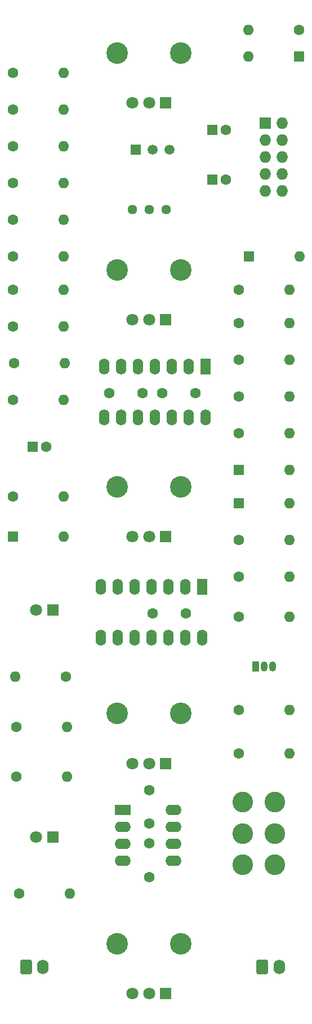
<source format=gbr>
%TF.GenerationSoftware,KiCad,Pcbnew,(5.1.12-1-10_14)*%
%TF.CreationDate,2021-12-12T18:07:50+01:00*%
%TF.ProjectId,sub_destroyer,7375625f-6465-4737-9472-6f7965722e6b,rev?*%
%TF.SameCoordinates,Original*%
%TF.FileFunction,Soldermask,Bot*%
%TF.FilePolarity,Negative*%
%FSLAX46Y46*%
G04 Gerber Fmt 4.6, Leading zero omitted, Abs format (unit mm)*
G04 Created by KiCad (PCBNEW (5.1.12-1-10_14)) date 2021-12-12 18:07:50*
%MOMM*%
%LPD*%
G01*
G04 APERTURE LIST*
%ADD10R,1.800000X1.800000*%
%ADD11C,1.800000*%
%ADD12R,1.600000X1.600000*%
%ADD13O,1.600000X1.600000*%
%ADD14C,1.600000*%
%ADD15R,1.600000X2.400000*%
%ADD16O,1.600000X2.400000*%
%ADD17R,2.400000X1.600000*%
%ADD18O,2.400000X1.600000*%
%ADD19O,1.050000X1.500000*%
%ADD20R,1.050000X1.500000*%
%ADD21C,1.440000*%
%ADD22C,3.240000*%
%ADD23C,3.100000*%
%ADD24C,1.500000*%
%ADD25R,1.500000X1.500000*%
%ADD26O,1.740000X2.200000*%
%ADD27R,1.727200X1.727200*%
%ADD28O,1.727200X1.727200*%
G04 APERTURE END LIST*
D10*
%TO.C,D6*%
X165500000Y-111500000D03*
D11*
X162960000Y-111500000D03*
%TD*%
D12*
%TO.C,D3*%
X193500000Y-90500000D03*
D13*
X201120000Y-90500000D03*
%TD*%
D12*
%TO.C,D1*%
X159500000Y-100500000D03*
D13*
X167120000Y-100500000D03*
%TD*%
D14*
%TO.C,R1*%
X193500000Y-126500000D03*
D13*
X201120000Y-126500000D03*
%TD*%
%TO.C,R2*%
X167120000Y-80000000D03*
D14*
X159500000Y-80000000D03*
%TD*%
D13*
%TO.C,R3*%
X168120000Y-154000000D03*
D14*
X160500000Y-154000000D03*
%TD*%
%TO.C,R4*%
X193500000Y-101000000D03*
D13*
X201120000Y-101000000D03*
%TD*%
D15*
%TO.C,U2*%
X188500000Y-75000000D03*
D16*
X173260000Y-82620000D03*
X185960000Y-75000000D03*
X175800000Y-82620000D03*
X183420000Y-75000000D03*
X178340000Y-82620000D03*
X180880000Y-75000000D03*
X180880000Y-82620000D03*
X178340000Y-75000000D03*
X183420000Y-82620000D03*
X175800000Y-75000000D03*
X185960000Y-82620000D03*
X173260000Y-75000000D03*
X188500000Y-82620000D03*
%TD*%
D17*
%TO.C,U4*%
X176000000Y-141500000D03*
D18*
X183620000Y-149120000D03*
X176000000Y-144040000D03*
X183620000Y-146580000D03*
X176000000Y-146580000D03*
X183620000Y-144040000D03*
X176000000Y-149120000D03*
X183620000Y-141500000D03*
%TD*%
D19*
%TO.C,Q1*%
X197270000Y-120000000D03*
X198540000Y-120000000D03*
D20*
X196000000Y-120000000D03*
%TD*%
D21*
%TO.C,RAMPTRIM1*%
X177460000Y-51500000D03*
X180000000Y-51500000D03*
X182540000Y-51500000D03*
%TD*%
D10*
%TO.C,RV1*%
X182500000Y-68000000D03*
D11*
X180000000Y-68000000D03*
X177500000Y-68000000D03*
D22*
X175200000Y-60500000D03*
X184800000Y-60500000D03*
%TD*%
D10*
%TO.C,RV3*%
X182500000Y-134500000D03*
D11*
X180000000Y-134500000D03*
X177500000Y-134500000D03*
D22*
X175200000Y-127000000D03*
X184800000Y-127000000D03*
%TD*%
%TO.C,RV2*%
X184800000Y-93000000D03*
X175200000Y-93000000D03*
D11*
X177500000Y-100500000D03*
X180000000Y-100500000D03*
D10*
X182500000Y-100500000D03*
%TD*%
D22*
%TO.C,RV4*%
X184800000Y-28000000D03*
X175200000Y-28000000D03*
D11*
X177500000Y-35500000D03*
X180000000Y-35500000D03*
D10*
X182500000Y-35500000D03*
%TD*%
D13*
%TO.C,D5*%
X194880000Y-28500000D03*
D12*
X202500000Y-28500000D03*
%TD*%
D16*
%TO.C,U1*%
X188000000Y-115620000D03*
X172760000Y-108000000D03*
X185460000Y-115620000D03*
X175300000Y-108000000D03*
X182920000Y-115620000D03*
X177840000Y-108000000D03*
X180380000Y-115620000D03*
X180380000Y-108000000D03*
X177840000Y-115620000D03*
X182920000Y-108000000D03*
X175300000Y-115620000D03*
X185460000Y-108000000D03*
X172760000Y-115620000D03*
D15*
X188000000Y-108000000D03*
%TD*%
D23*
%TO.C,SW1*%
X194085000Y-145000000D03*
X194085000Y-140300000D03*
X194085000Y-149700000D03*
X198915000Y-140300000D03*
X198915000Y-145000000D03*
X198915000Y-149700000D03*
%TD*%
D24*
%TO.C,U3*%
X180540000Y-42500000D03*
X183080000Y-42500000D03*
D25*
X178000000Y-42500000D03*
%TD*%
D12*
%TO.C,D4*%
X195000000Y-58500000D03*
D13*
X202620000Y-58500000D03*
%TD*%
D10*
%TO.C,RV5*%
X182500000Y-169000000D03*
D11*
X180000000Y-169000000D03*
X177500000Y-169000000D03*
D22*
X175200000Y-161500000D03*
X184800000Y-161500000D03*
%TD*%
D14*
%TO.C,C1*%
X191500000Y-47000000D03*
D12*
X189500000Y-47000000D03*
%TD*%
%TO.C,CP1*%
X162500000Y-87000000D03*
D14*
X164500000Y-87000000D03*
%TD*%
D12*
%TO.C,C2*%
X189500000Y-39500000D03*
D14*
X191500000Y-39500000D03*
%TD*%
D13*
%TO.C,R5*%
X201120000Y-112500000D03*
D14*
X193500000Y-112500000D03*
%TD*%
%TO.C,R6*%
X159500000Y-58500000D03*
D13*
X167120000Y-58500000D03*
%TD*%
%TO.C,R7*%
X167120000Y-47500000D03*
D14*
X159500000Y-47500000D03*
%TD*%
%TO.C,R8*%
X193500000Y-85000000D03*
D13*
X201120000Y-85000000D03*
%TD*%
%TO.C,R9*%
X167120000Y-63500000D03*
D14*
X159500000Y-63500000D03*
%TD*%
D13*
%TO.C,R10*%
X201120000Y-106500000D03*
D14*
X193500000Y-106500000D03*
%TD*%
%TO.C,R11*%
X159675001Y-74500000D03*
D13*
X167295001Y-74500000D03*
%TD*%
%TO.C,R12*%
X167120000Y-31000000D03*
D14*
X159500000Y-31000000D03*
%TD*%
%TO.C,R13*%
X193500000Y-133000000D03*
D13*
X201120000Y-133000000D03*
%TD*%
D14*
%TO.C,R14*%
X159500000Y-36500000D03*
D13*
X167120000Y-36500000D03*
%TD*%
%TO.C,R15*%
X167120000Y-53000000D03*
D14*
X159500000Y-53000000D03*
%TD*%
D13*
%TO.C,R16*%
X167120000Y-69000000D03*
D14*
X159500000Y-69000000D03*
%TD*%
%TO.C,R17*%
X159500000Y-42000000D03*
D13*
X167120000Y-42000000D03*
%TD*%
D14*
%TO.C,R18*%
X159500000Y-94500000D03*
D13*
X167120000Y-94500000D03*
%TD*%
%TO.C,R19*%
X194880000Y-24500000D03*
D14*
X202500000Y-24500000D03*
%TD*%
D13*
%TO.C,R20*%
X167620000Y-129000000D03*
D14*
X160000000Y-129000000D03*
%TD*%
%TO.C,R21*%
X167500000Y-121500000D03*
D13*
X159880000Y-121500000D03*
%TD*%
D14*
%TO.C,R22*%
X160000000Y-136500000D03*
D13*
X167620000Y-136500000D03*
%TD*%
%TO.C,R23*%
X201120000Y-63500000D03*
D14*
X193500000Y-63500000D03*
%TD*%
%TO.C,R24*%
X193500000Y-79500000D03*
D13*
X201120000Y-79500000D03*
%TD*%
%TO.C,R25*%
X201120000Y-74000000D03*
D14*
X193500000Y-74000000D03*
%TD*%
%TO.C,R26*%
X193500000Y-68500000D03*
D13*
X201120000Y-68500000D03*
%TD*%
D14*
%TO.C,C3*%
X180000000Y-151500000D03*
X180000000Y-146500000D03*
%TD*%
%TO.C,C4*%
X182000000Y-79000000D03*
X187000000Y-79000000D03*
%TD*%
%TO.C,C5*%
X185500000Y-112000000D03*
X180500000Y-112000000D03*
%TD*%
%TO.C,C6*%
X180000000Y-143500000D03*
X180000000Y-138500000D03*
%TD*%
%TO.C,C7*%
X174000000Y-79000000D03*
X179000000Y-79000000D03*
%TD*%
%TO.C,Output*%
G36*
G01*
X160630000Y-165850001D02*
X160630000Y-164149999D01*
G75*
G02*
X160879999Y-163900000I249999J0D01*
G01*
X162120001Y-163900000D01*
G75*
G02*
X162370000Y-164149999I0J-249999D01*
G01*
X162370000Y-165850001D01*
G75*
G02*
X162120001Y-166100000I-249999J0D01*
G01*
X160879999Y-166100000D01*
G75*
G02*
X160630000Y-165850001I0J249999D01*
G01*
G37*
D26*
X164040000Y-165000000D03*
%TD*%
D27*
%TO.C,J2*%
X197500000Y-38500000D03*
D28*
X200040000Y-38500000D03*
X197500000Y-41040000D03*
X200040000Y-41040000D03*
X197500000Y-43580000D03*
X200040000Y-43580000D03*
X197500000Y-46120000D03*
X200040000Y-46120000D03*
X197500000Y-48660000D03*
X200040000Y-48660000D03*
%TD*%
D13*
%TO.C,D2*%
X201120000Y-95500000D03*
D12*
X193500000Y-95500000D03*
%TD*%
D11*
%TO.C,D7*%
X162960000Y-145500000D03*
D10*
X165500000Y-145500000D03*
%TD*%
D26*
%TO.C,Input*%
X199540000Y-165000000D03*
G36*
G01*
X196130000Y-165850001D02*
X196130000Y-164149999D01*
G75*
G02*
X196379999Y-163900000I249999J0D01*
G01*
X197620001Y-163900000D01*
G75*
G02*
X197870000Y-164149999I0J-249999D01*
G01*
X197870000Y-165850001D01*
G75*
G02*
X197620001Y-166100000I-249999J0D01*
G01*
X196379999Y-166100000D01*
G75*
G02*
X196130000Y-165850001I0J249999D01*
G01*
G37*
%TD*%
M02*

</source>
